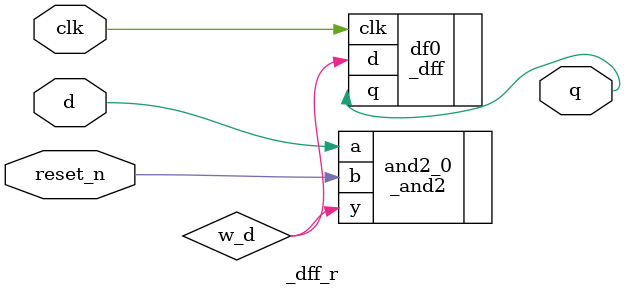
<source format=v>
module _dff_r(clk,reset_n,d,q);
  input clk, reset_n, d;
  output q;
  wire w_d;
  
  //instance
  _and2 and2_0(.a(d), .b(reset_n), .y(w_d));
  _dff df0(.clk(clk), .d(w_d), .q(q));
  
endmodule

</source>
